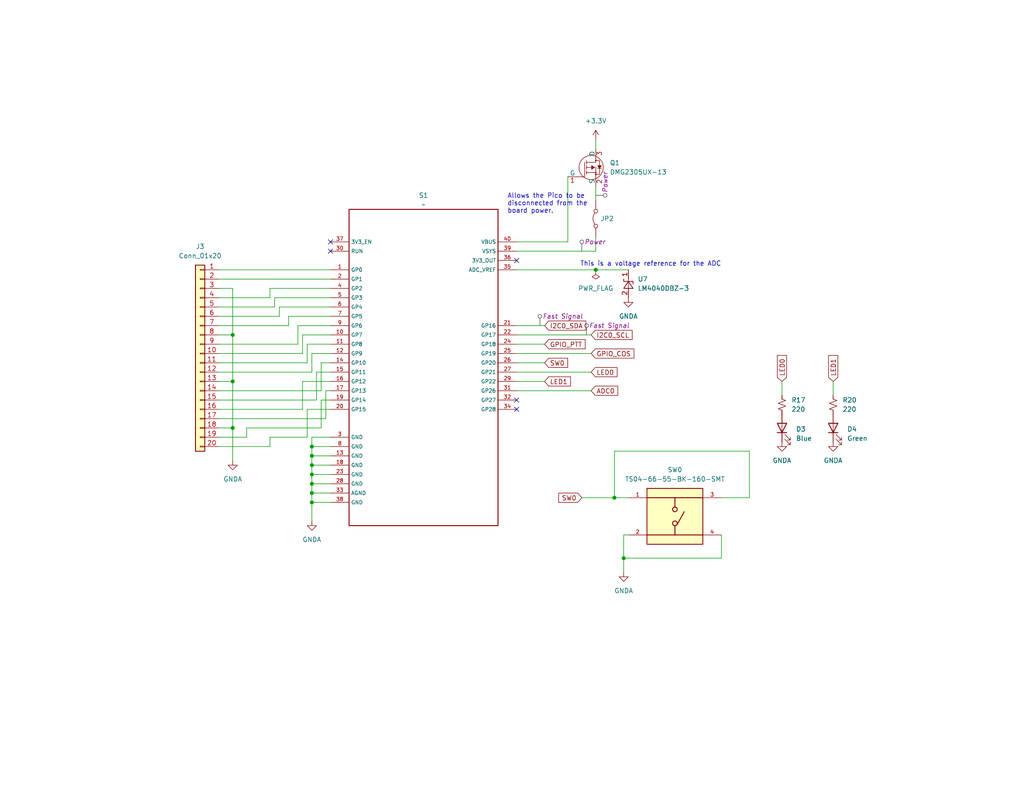
<source format=kicad_sch>
(kicad_sch (version 20231120) (generator "eeschema") (generator_version "8.0")
  (paper "USLetter")
  (title_block (title "MicroLink - Microcontroller") (date "2024-04-10") (rev "2") (company "Bruce MacKinnon KC1FSZ") (comment 1 "Copyright (C) 2024 - Not For Commercial Use"))
  (lib_symbols
    (symbol "Connector_Generic:Conn_01x20" (pin_names (offset 1.016) hide)
      (property "Reference" "J" (at 0 25.4 0))
      (property "Value" "Conn_01x20" (at 0 -27.94 0))
      (symbol "Conn_01x20_1_1"
        (rectangle (start -1.27 -25.273) (end 0 -25.527) (stroke (width 0.1524)))
        (rectangle (start -1.27 -22.733) (end 0 -22.987) (stroke (width 0.1524)))
        (rectangle (start -1.27 -20.193) (end 0 -20.447) (stroke (width 0.1524)))
        (rectangle (start -1.27 -17.653) (end 0 -17.907) (stroke (width 0.1524)))
        (rectangle (start -1.27 -15.113) (end 0 -15.367) (stroke (width 0.1524)))
        (rectangle (start -1.27 -12.573) (end 0 -12.827) (stroke (width 0.1524)))
        (rectangle (start -1.27 -10.033) (end 0 -10.287) (stroke (width 0.1524)))
        (rectangle (start -1.27 -7.493) (end 0 -7.747) (stroke (width 0.1524)))
        (rectangle (start -1.27 -4.953) (end 0 -5.207) (stroke (width 0.1524)))
        (rectangle (start -1.27 -2.413) (end 0 -2.667) (stroke (width 0.1524)))
        (rectangle (start -1.27 0.127) (end 0 -0.127) (stroke (width 0.1524)))
        (rectangle (start -1.27 2.667) (end 0 2.413) (stroke (width 0.1524)))
        (rectangle (start -1.27 5.207) (end 0 4.953) (stroke (width 0.1524)))
        (rectangle (start -1.27 7.747) (end 0 7.493) (stroke (width 0.1524)))
        (rectangle (start -1.27 10.287) (end 0 10.033) (stroke (width 0.1524)))
        (rectangle (start -1.27 12.827) (end 0 12.573) (stroke (width 0.1524)))
        (rectangle (start -1.27 15.367) (end 0 15.113) (stroke (width 0.1524)))
        (rectangle (start -1.27 17.907) (end 0 17.653) (stroke (width 0.1524)))
        (rectangle (start -1.27 20.447) (end 0 20.193) (stroke (width 0.1524)))
        (rectangle (start -1.27 22.987) (end 0 22.733) (stroke (width 0.1524)))
        (rectangle (start -1.27 24.13) (end 1.27 -26.67) (stroke (width 0.254)) (fill (type background)))
        (pin passive line (at -5.08 22.86 0) (length 3.81) (name "Pin_1") (number "1"))
        (pin passive line (at -5.08 0 0) (length 3.81) (name "Pin_10") (number "10"))
        (pin passive line (at -5.08 -2.54 0) (length 3.81) (name "Pin_11") (number "11"))
        (pin passive line (at -5.08 -5.08 0) (length 3.81) (name "Pin_12") (number "12"))
        (pin passive line (at -5.08 -7.62 0) (length 3.81) (name "Pin_13") (number "13"))
        (pin passive line (at -5.08 -10.16 0) (length 3.81) (name "Pin_14") (number "14"))
        (pin passive line (at -5.08 -12.7 0) (length 3.81) (name "Pin_15") (number "15"))
        (pin passive line (at -5.08 -15.24 0) (length 3.81) (name "Pin_16") (number "16"))
        (pin passive line (at -5.08 -17.78 0) (length 3.81) (name "Pin_17") (number "17"))
        (pin passive line (at -5.08 -20.32 0) (length 3.81) (name "Pin_18") (number "18"))
        (pin passive line (at -5.08 -22.86 0) (length 3.81) (name "Pin_19") (number "19"))
        (pin passive line (at -5.08 20.32 0) (length 3.81) (name "Pin_2") (number "2"))
        (pin passive line (at -5.08 -25.4 0) (length 3.81) (name "Pin_20") (number "20"))
        (pin passive line (at -5.08 17.78 0) (length 3.81) (name "Pin_3") (number "3"))
        (pin passive line (at -5.08 15.24 0) (length 3.81) (name "Pin_4") (number "4"))
        (pin passive line (at -5.08 12.7 0) (length 3.81) (name "Pin_5") (number "5"))
        (pin passive line (at -5.08 10.16 0) (length 3.81) (name "Pin_6") (number "6"))
        (pin passive line (at -5.08 7.62 0) (length 3.81) (name "Pin_7") (number "7"))
        (pin passive line (at -5.08 5.08 0) (length 3.81) (name "Pin_8") (number "8"))
        (pin passive line (at -5.08 2.54 0) (length 3.81) (name "Pin_9") (number "9"))
      )
    )
    (symbol "Device:LED" (pin_numbers hide) (pin_names (offset 1.016) hide)
      (property "Reference" "D" (at 0 2.54 0))
      (property "Value" "LED" (at 0 -2.54 0))
      (symbol "LED_0_1"
        (polyline (pts (xy -1.27 -1.27) (xy -1.27 1.27)) (stroke (width 0.254)))
        (polyline (pts (xy -1.27 0) (xy 1.27 0)))
        (polyline (pts (xy 1.27 -1.27) (xy 1.27 1.27) (xy -1.27 0) (xy 1.27 -1.27)) (stroke (width 0.254)))
        (polyline (pts (xy -3.048 -0.762) (xy -4.572 -2.286) (xy -3.81 -2.286) (xy -4.572 -2.286) (xy -4.572 -1.524)))
        (polyline (pts (xy -1.778 -0.762) (xy -3.302 -2.286) (xy -2.54 -2.286) (xy -3.302 -2.286) (xy -3.302 -1.524)))
      )
      (symbol "LED_1_1"
        (pin passive line (at -3.81 0 0) (length 2.54) (name "K") (number "1"))
        (pin passive line (at 3.81 0 180) (length 2.54) (name "A") (number "2"))
      )
    )
    (symbol "Device:R_Small_US" (pin_numbers hide) (pin_names (offset 0.254) hide)
      (property "Reference" "R" (at 0.762 0.508 0))
      (property "Value" "R_Small_US" (at 0.762 -1.016 0))
      (symbol "R_Small_US_1_1"
        (polyline (pts (xy 0 0) (xy 1.016 -0.381) (xy 0 -0.762) (xy -1.016 -1.143) (xy 0 -1.524)))
        (polyline (pts (xy 0 1.524) (xy 1.016 1.143) (xy 0 0.762) (xy -1.016 0.381) (xy 0 0)))
        (pin passive line (at 0 2.54 270) (length 1.016) (name "~") (number "1"))
        (pin passive line (at 0 -2.54 90) (length 1.016) (name "~") (number "2"))
      )
    )
    (symbol "Jumper:Jumper_2_Bridged" (pin_numbers hide) (pin_names (offset 0) hide) (exclude_from_sim yes)
      (property "Reference" "JP" (at 0 1.905 0))
      (property "Value" "Jumper_2_Bridged" (at 0 -2.54 0))
      (symbol "Jumper_2_Bridged_0_0"
        (circle (center -2.032 0) (radius 0.508))
        (circle (center 2.032 0) (radius 0.508))
      )
      (symbol "Jumper_2_Bridged_0_1"
        (arc (start 1.524 0.254) (mid 0 0.762) (end -1.524 0.254))
      )
      (symbol "Jumper_2_Bridged_1_1"
        (pin passive line (at -5.08 0 0) (length 2.54) (name "A") (number "1"))
        (pin passive line (at 5.08 0 180) (length 2.54) (name "B") (number "2"))
      )
    )
    (symbol "Reference_Voltage:LM4040DBZ-3" (pin_names (offset 0.0254) hide)
      (property "Reference" "U" (at 0 2.54 0))
      (property "Value" "LM4040DBZ-3" (at 0 -3.175 0))
      (symbol "LM4040DBZ-3_0_1"
        (polyline (pts (xy -1.27 0) (xy 0 0) (xy 1.27 0)))
        (polyline (pts (xy -1.27 -1.27) (xy 0.635 0) (xy -1.27 1.27) (xy -1.27 -1.27)) (stroke (width 0.2032)))
        (polyline (pts (xy 0 -1.27) (xy 0.635 -1.27) (xy 0.635 1.27) (xy 1.27 1.27)) (stroke (width 0.2032)))
      )
      (symbol "LM4040DBZ-3_1_1"
        (pin passive line (at 3.81 0 180) (length 2.54) (name "K") (number "1"))
        (pin passive line (at -3.81 0 0) (length 2.54) (name "A") (number "2"))
      )
    )
    (symbol "power:+3.3V" (power) (pin_numbers hide) (pin_names (offset 0) hide)
      (property "Value" "+3.3V" (at 0 3.556 0))
      (symbol "+3.3V_0_1"
        (polyline (pts (xy -0.762 1.27) (xy 0 2.54)))
        (polyline (pts (xy 0 0) (xy 0 2.54)))
        (polyline (pts (xy 0 2.54) (xy 0.762 1.27)))
      )
      (symbol "+3.3V_1_1"
        (pin power_in line (at 0 0 90) (length 0) (name "~") (number "1"))
      )
    )
    (symbol "power:GNDA" (power) (pin_numbers hide) (pin_names (offset 0) hide)
      (property "Value" "GNDA" (at 0 -3.81 0))
      (symbol "GNDA_0_1"
        (polyline (pts (xy 0 0) (xy 0 -1.27) (xy 1.27 -1.27) (xy 0 -2.54) (xy -1.27 -1.27) (xy 0 -1.27)))
      )
      (symbol "GNDA_1_1"
        (pin power_in line (at 0 0 270) (length 0) (name "~") (number "1"))
      )
    )
    (symbol "power:PWR_FLAG" (power) (pin_numbers hide) (pin_names (offset 0) hide)
      (property "Value" "PWR_FLAG" (at 0 3.81 0))
      (symbol "PWR_FLAG_0_0"
        (pin power_out line (at 0 0 90) (length 0) (name "~") (number "1"))
      )
      (symbol "PWR_FLAG_0_1"
        (polyline (pts (xy 0 0) (xy 0 1.27) (xy -1.016 1.905) (xy 0 2.54) (xy 1.016 1.905) (xy 0 1.27)))
      )
    )
    (symbol "symbol-library-1:DMG2305UX-13" (pin_names (offset 0))
      (property "Reference" "Q1" (at -11.43 6.35 90))
      (property "Value" "DMG2305UX-13" (at -8.89 6.35 90))
      (symbol "DMG2305UX-13_0_1"
        (circle (center -1.27 0) (radius 3.302))
        (circle (center 0 -1.905) (radius 0.127))
        (circle (center 0 -1.397) (radius 0.127))
        (polyline (pts (xy 0 -1.397) (xy -2.54 -1.397)))
        (polyline (pts (xy -5.08 -2.54) (xy -3.048 -2.54) (xy -3.048 1.397)))
        (polyline (pts (xy 0 -2.54) (xy 0 0) (xy -2.54 0)))
        (polyline (pts (xy 0 2.54) (xy 0 1.397) (xy -2.54 1.397)))
        (polyline (pts (xy -0.127 -1.905) (xy 1.016 -1.905) (xy 1.016 1.397) (xy 1.016 1.905) (xy -0.127 1.905)))
        (circle (center 0 1.905) (radius 0.127))
      )
      (symbol "DMG2305UX-13_1_1"
        (polyline (pts (xy -2.54 -1.397) (xy -2.54 -1.905)))
        (polyline (pts (xy -2.54 -1.397) (xy -2.54 -0.889)))
        (polyline (pts (xy -2.54 0) (xy -2.54 -0.508)))
        (polyline (pts (xy -2.54 0) (xy -2.54 0.508)))
        (polyline (pts (xy -2.54 1.905) (xy -2.54 0.889)))
        (polyline (pts (xy 1.524 -0.254) (xy 0.508 -0.254)))
        (polyline (pts (xy -0.381 0) (xy -1.143 0.508) (xy -1.143 -0.508) (xy -0.381 0)) (fill (type outline)))
        (polyline (pts (xy 1.016 -0.254) (xy 1.524 0.508) (xy 0.508 0.508) (xy 1.016 -0.254)) (fill (type outline)))
        (pin bidirectional line (at -7.62 -2.54 0) (length 2.54) (name "G") (number "1"))
        (pin bidirectional line (at 0 -5.08 90) (length 2.54) (name "S") (number "2"))
        (pin bidirectional line (at 0 5.08 270) (length 2.54) (name "D") (number "3"))
      )
    )
    (symbol "symbol-library-1:SC0918_0_0"
      (symbol "SC0918_0_0_1_1"
        (rectangle (start -20.32 -43.18) (end 20.32 43.18) (stroke (width 0.254)))
        (pin bidirectional line (at -25.4 26.67 0) (length 5.08) (name "GP0") (number "1"))
        (pin bidirectional line (at -25.4 8.89 0) (length 5.08) (name "GP7") (number "10"))
        (pin bidirectional line (at -25.4 6.35 0) (length 5.08) (name "GP8") (number "11"))
        (pin bidirectional line (at -25.4 3.81 0) (length 5.08) (name "GP9") (number "12"))
        (pin power_in line (at -25.4 -24.13 0) (length 5.08) (name "GND") (number "13"))
        (pin bidirectional line (at -25.4 1.27 0) (length 5.08) (name "GP10") (number "14"))
        (pin bidirectional line (at -25.4 -1.27 0) (length 5.08) (name "GP11") (number "15"))
        (pin bidirectional line (at -25.4 -3.81 0) (length 5.08) (name "GP12") (number "16"))
        (pin bidirectional line (at -25.4 -6.35 0) (length 5.08) (name "GP13") (number "17"))
        (pin power_in line (at -25.4 -26.67 0) (length 5.08) (name "GND") (number "18"))
        (pin bidirectional line (at -25.4 -8.89 0) (length 5.08) (name "GP14") (number "19"))
        (pin bidirectional line (at -25.4 24.13 0) (length 5.08) (name "GP1") (number "2"))
        (pin bidirectional line (at -25.4 -11.43 0) (length 5.08) (name "GP15") (number "20"))
        (pin bidirectional line (at 25.4 11.43 180) (length 5.08) (name "GP16") (number "21"))
        (pin bidirectional line (at 25.4 8.89 180) (length 5.08) (name "GP17") (number "22"))
        (pin power_in line (at -25.4 -29.21 0) (length 5.08) (name "GND") (number "23"))
        (pin bidirectional line (at 25.4 6.35 180) (length 5.08) (name "GP18") (number "24"))
        (pin bidirectional line (at 25.4 3.81 180) (length 5.08) (name "GP19") (number "25"))
        (pin bidirectional line (at 25.4 1.27 180) (length 5.08) (name "GP20") (number "26"))
        (pin bidirectional line (at 25.4 -1.27 180) (length 5.08) (name "GP21") (number "27"))
        (pin power_in line (at -25.4 -31.75 0) (length 5.08) (name "GND") (number "28"))
        (pin bidirectional line (at 25.4 -3.81 180) (length 5.08) (name "GP22") (number "29"))
        (pin power_in line (at -25.4 -19.05 0) (length 5.08) (name "GND") (number "3"))
        (pin input line (at -25.4 31.75 0) (length 5.08) (name "RUN") (number "30"))
        (pin bidirectional line (at 25.4 -6.35 180) (length 5.08) (name "GP26") (number "31"))
        (pin bidirectional line (at 25.4 -8.89 180) (length 5.08) (name "GP27") (number "32"))
        (pin power_in line (at -25.4 -34.29 0) (length 5.08) (name "AGND") (number "33"))
        (pin bidirectional line (at 25.4 -11.43 180) (length 5.08) (name "GP28") (number "34"))
        (pin power_in line (at 25.4 26.67 180) (length 5.08) (name "ADC_VREF") (number "35"))
        (pin power_in line (at 25.4 29.21 180) (length 5.08) (name "3V3_OUT") (number "36"))
        (pin input line (at -25.4 34.29 0) (length 5.08) (name "3V3_EN") (number "37"))
        (pin power_in line (at -25.4 -36.83 0) (length 5.08) (name "GND") (number "38"))
        (pin free line (at 25.4 31.75 180) (length 5.08) (name "VSYS") (number "39"))
        (pin bidirectional line (at -25.4 21.59 0) (length 5.08) (name "GP2") (number "4"))
        (pin free line (at 25.4 34.29 180) (length 5.08) (name "VBUS") (number "40"))
        (pin bidirectional line (at -25.4 19.05 0) (length 5.08) (name "GP3") (number "5"))
        (pin bidirectional line (at -25.4 16.51 0) (length 5.08) (name "GP4") (number "6"))
        (pin bidirectional line (at -25.4 13.97 0) (length 5.08) (name "GP5") (number "7"))
        (pin power_in line (at -25.4 -21.59 0) (length 5.08) (name "GND") (number "8"))
        (pin bidirectional line (at -25.4 11.43 0) (length 5.08) (name "GP6") (number "9"))
      )
    )
    (symbol "symbol-library-1:TS04-66-55-BK-160-SMT" (pin_names (offset 1.016))
      (property "Reference" "S" (at -7.62 8.382 0))
      (property "Value" "TS04-66-55-BK-160-SMT" (at -7.62 -8.382 0))
      (symbol "TS04-66-55-BK-160-SMT_0_0"
        (rectangle (start -7.62 -7.62) (end 7.62 7.62) (stroke (width 0.254)) (fill (type background)))
        (circle (center 0 -1.905) (radius 0.635) (stroke (width 0.254)))
        (polyline (pts (xy 0 -5.08) (xy -7.62 -5.08)) (stroke (width 0.254)))
        (polyline (pts (xy 0 -5.08) (xy 7.62 -5.08)) (stroke (width 0.254)))
        (polyline (pts (xy 0 -2.54) (xy 0 -5.08)) (stroke (width 0.254)))
        (polyline (pts (xy 0 5.08) (xy -7.62 5.08)) (stroke (width 0.254)))
        (polyline (pts (xy 0 5.08) (xy 0 2.54)) (stroke (width 0.254)))
        (polyline (pts (xy 0 5.08) (xy 7.62 5.08)) (stroke (width 0.254)))
        (polyline (pts (xy 0.635 -2.2225) (xy 2.54 1.27)) (stroke (width 0.254)))
        (circle (center 0 1.905) (radius 0.635) (stroke (width 0.254)))
        (pin passive line (at -12.7 5.08 0) (length 5.08) (name "~") (number "1"))
        (pin passive line (at -12.7 -5.08 0) (length 5.08) (name "~") (number "2"))
        (pin passive line (at 12.7 5.08 180) (length 5.08) (name "~") (number "3"))
        (pin passive line (at 12.7 -5.08 180) (length 5.08) (name "~") (number "4"))
      )
    )
  )
  (junction (at 63.5 104.14))
  (junction (at 63.5 116.84))
  (junction (at 85.09 137.16))
  (junction (at 85.09 127))
  (junction (at 167.64 135.89))
  (junction (at 85.09 121.92))
  (junction (at 63.5 91.44))
  (junction (at 85.09 129.54))
  (junction (at 170.18 152.4))
  (junction (at 85.09 124.46))
  (junction (at 85.09 132.08))
  (junction (at 162.56 73.66))
  (junction (at 85.09 134.62))
  (no_connect (at 90.17 68.58))
  (no_connect (at 140.97 109.22))
  (no_connect (at 90.17 66.04))
  (no_connect (at 140.97 71.12))
  (no_connect (at 140.97 111.76))
  (wire (pts (xy 90.17 81.28) (xy 74.93 81.28)))
  (wire (pts (xy 204.47 135.89) (xy 204.47 123.19)))
  (wire (pts (xy 86.36 109.22) (xy 59.69 109.22)))
  (wire (pts (xy 90.17 106.68) (xy 88.9 106.68)))
  (wire (pts (xy 140.97 93.98) (xy 148.59 93.98)))
  (wire (pts (xy 82.55 96.52) (xy 59.69 96.52)))
  (wire (pts (xy 170.18 152.4) (xy 196.85 152.4)))
  (wire (pts (xy 158.75 135.89) (xy 167.64 135.89)))
  (wire (pts (xy 59.69 73.66) (xy 90.17 73.66)))
  (wire (pts (xy 140.97 88.9) (xy 148.59 88.9)))
  (wire (pts (xy 83.82 111.76) (xy 83.82 119.38)))
  (wire (pts (xy 85.09 121.92) (xy 85.09 124.46)))
  (wire (pts (xy 63.5 104.14) (xy 63.5 116.84)))
  (wire (pts (xy 78.74 86.36) (xy 78.74 88.9)))
  (wire (pts (xy 59.69 91.44) (xy 63.5 91.44)))
  (wire (pts (xy 90.17 88.9) (xy 81.28 88.9)))
  (wire (pts (xy 162.56 64.77) (xy 162.56 68.58)))
  (wire (pts (xy 171.45 146.05) (xy 170.18 146.05)))
  (wire (pts (xy 88.9 106.68) (xy 88.9 114.3)))
  (wire (pts (xy 85.09 127) (xy 90.17 127)))
  (wire (pts (xy 88.9 114.3) (xy 59.69 114.3)))
  (wire (pts (xy 63.5 91.44) (xy 63.5 104.14)))
  (wire (pts (xy 85.09 129.54) (xy 85.09 132.08)))
  (wire (pts (xy 85.09 134.62) (xy 90.17 134.62)))
  (wire (pts (xy 67.31 116.84) (xy 67.31 119.38)))
  (wire (pts (xy 59.69 116.84) (xy 63.5 116.84)))
  (wire (pts (xy 85.09 101.6) (xy 59.69 101.6)))
  (wire (pts (xy 81.28 88.9) (xy 81.28 93.98)))
  (wire (pts (xy 59.69 104.14) (xy 63.5 104.14)))
  (wire (pts (xy 73.66 78.74) (xy 73.66 81.28)))
  (wire (pts (xy 59.69 76.2) (xy 90.17 76.2)))
  (wire (pts (xy 81.28 93.98) (xy 59.69 93.98)))
  (wire (pts (xy 82.55 91.44) (xy 82.55 96.52)))
  (wire (pts (xy 162.56 50.8) (xy 162.56 54.61)))
  (wire (pts (xy 90.17 104.14) (xy 82.55 104.14)))
  (wire (pts (xy 74.93 81.28) (xy 74.93 83.82)))
  (wire (pts (xy 90.17 109.22) (xy 87.63 109.22)))
  (wire (pts (xy 85.09 119.38) (xy 90.17 119.38)))
  (wire (pts (xy 85.09 134.62) (xy 85.09 137.16)))
  (wire (pts (xy 85.09 127) (xy 85.09 129.54)))
  (wire (pts (xy 90.17 91.44) (xy 82.55 91.44)))
  (wire (pts (xy 140.97 99.06) (xy 148.59 99.06)))
  (wire (pts (xy 167.64 135.89) (xy 171.45 135.89)))
  (wire (pts (xy 87.63 106.68) (xy 59.69 106.68)))
  (wire (pts (xy 74.93 83.82) (xy 59.69 83.82)))
  (wire (pts (xy 82.55 104.14) (xy 82.55 111.76)))
  (wire (pts (xy 140.97 91.44) (xy 161.29 91.44)))
  (wire (pts (xy 59.69 121.92) (xy 73.66 121.92)))
  (wire (pts (xy 85.09 124.46) (xy 90.17 124.46)))
  (wire (pts (xy 90.17 96.52) (xy 85.09 96.52)))
  (wire (pts (xy 76.2 83.82) (xy 76.2 86.36)))
  (wire (pts (xy 140.97 101.6) (xy 161.29 101.6)))
  (wire (pts (xy 140.97 68.58) (xy 162.56 68.58)))
  (wire (pts (xy 162.56 73.66) (xy 171.45 73.66)))
  (wire (pts (xy 87.63 109.22) (xy 87.63 116.84)))
  (wire (pts (xy 76.2 83.82) (xy 90.17 83.82)))
  (wire (pts (xy 76.2 86.36) (xy 59.69 86.36)))
  (wire (pts (xy 73.66 119.38) (xy 73.66 121.92)))
  (wire (pts (xy 73.66 78.74) (xy 90.17 78.74)))
  (wire (pts (xy 140.97 106.68) (xy 161.29 106.68)))
  (wire (pts (xy 140.97 66.04) (xy 154.94 66.04)))
  (wire (pts (xy 140.97 73.66) (xy 162.56 73.66)))
  (wire (pts (xy 67.31 119.38) (xy 59.69 119.38)))
  (wire (pts (xy 85.09 96.52) (xy 85.09 101.6)))
  (wire (pts (xy 82.55 111.76) (xy 59.69 111.76)))
  (wire (pts (xy 86.36 101.6) (xy 86.36 109.22)))
  (wire (pts (xy 167.64 123.19) (xy 167.64 135.89)))
  (wire (pts (xy 85.09 124.46) (xy 85.09 127)))
  (wire (pts (xy 87.63 116.84) (xy 67.31 116.84)))
  (wire (pts (xy 213.36 104.14) (xy 213.36 107.95)))
  (wire (pts (xy 90.17 101.6) (xy 86.36 101.6)))
  (wire (pts (xy 154.94 48.26) (xy 154.94 66.04)))
  (wire (pts (xy 85.09 132.08) (xy 90.17 132.08)))
  (wire (pts (xy 78.74 88.9) (xy 59.69 88.9)))
  (wire (pts (xy 162.56 38.1) (xy 162.56 40.64)))
  (wire (pts (xy 87.63 99.06) (xy 87.63 106.68)))
  (wire (pts (xy 227.33 104.14) (xy 227.33 107.95)))
  (wire (pts (xy 59.69 78.74) (xy 63.5 78.74)))
  (wire (pts (xy 196.85 146.05) (xy 196.85 152.4)))
  (wire (pts (xy 90.17 93.98) (xy 83.82 93.98)))
  (wire (pts (xy 85.09 137.16) (xy 85.09 142.24)))
  (wire (pts (xy 90.17 86.36) (xy 78.74 86.36)))
  (wire (pts (xy 140.97 104.14) (xy 148.59 104.14)))
  (wire (pts (xy 196.85 135.89) (xy 204.47 135.89)))
  (wire (pts (xy 90.17 99.06) (xy 87.63 99.06)))
  (wire (pts (xy 83.82 93.98) (xy 83.82 99.06)))
  (wire (pts (xy 85.09 119.38) (xy 85.09 121.92)))
  (wire (pts (xy 73.66 81.28) (xy 59.69 81.28)))
  (wire (pts (xy 63.5 78.74) (xy 63.5 91.44)))
  (wire (pts (xy 204.47 123.19) (xy 167.64 123.19)))
  (wire (pts (xy 170.18 152.4) (xy 170.18 156.21)))
  (wire (pts (xy 90.17 111.76) (xy 83.82 111.76)))
  (wire (pts (xy 83.82 99.06) (xy 59.69 99.06)))
  (wire (pts (xy 85.09 132.08) (xy 85.09 134.62)))
  (wire (pts (xy 140.97 96.52) (xy 161.29 96.52)))
  (wire (pts (xy 85.09 129.54) (xy 90.17 129.54)))
  (wire (pts (xy 85.09 137.16) (xy 90.17 137.16)))
  (wire (pts (xy 63.5 116.84) (xy 63.5 125.73)))
  (wire (pts (xy 170.18 146.05) (xy 170.18 152.4)))
  (wire (pts (xy 85.09 121.92) (xy 90.17 121.92)))
  (wire (pts (xy 83.82 119.38) (xy 73.66 119.38)))
  (text "This is a voltage reference for the ADC" (at 177.546 72.136 0) (effects (font (size 1.27 1.27))))
  (text "Allows the Pico to be \ndisconnected from the \nboard power.\n" (at 138.43 58.42 0) (effects (font (size 1.27 1.27)) (justify left bottom)))
  (global_label "LED0" (shape input) (at 213.36 104.14 90) (property "Intersheetrefs" "${INTERSHEET_REFS}" (effects (hide yes))))
  (global_label "SW0" (shape input) (at 158.75 135.89 180) (property "Intersheetrefs" "${INTERSHEET_REFS}" (effects (hide yes))))
  (global_label "SW0" (shape input) (at 148.59 99.06 0) (property "Intersheetrefs" "${INTERSHEET_REFS}" (effects (hide yes))))
  (global_label "GPIO_COS" (shape input) (at 161.29 96.52 0) (property "Intersheetrefs" "${INTERSHEET_REFS}" (effects (hide yes))))
  (global_label "LED1" (shape input) (at 227.33 104.14 90) (property "Intersheetrefs" "${INTERSHEET_REFS}" (effects (hide yes))))
  (global_label "I2C0_SCL" (shape input) (at 161.29 91.44 0) (property "Intersheetrefs" "${INTERSHEET_REFS}" (effects (hide yes))))
  (global_label "GPIO_PTT" (shape input) (at 148.59 93.98 0) (property "Intersheetrefs" "${INTERSHEET_REFS}" (effects (hide yes))))
  (global_label "ADC0" (shape input) (at 161.29 106.68 0) (property "Intersheetrefs" "${INTERSHEET_REFS}" (effects (hide yes))))
  (global_label "LED1" (shape input) (at 148.59 104.14 0) (property "Intersheetrefs" "${INTERSHEET_REFS}" (effects (hide yes))))
  (global_label "I2C0_SDA" (shape input) (at 148.59 88.9 0) (property "Intersheetrefs" "${INTERSHEET_REFS}" (effects (hide yes))))
  (global_label "LED0" (shape input) (at 161.29 101.6 0) (property "Intersheetrefs" "${INTERSHEET_REFS}" (effects (hide yes))))
  (netclass_flag "" (length 2.54) (shape round) (at 160.02 91.44 0) (property "Netclass" "Fast Signal" (at 160.7185 88.9 0) (effects (font (italic yes)) (justify left))))
  (netclass_flag "" (length 2.54) (shape round) (at 158.75 68.58 0) (property "Netclass" "Power" (at 159.4485 66.04 0) (effects (font (italic yes)) (justify left))))
  (netclass_flag "" (length 2.54) (shape round) (at 147.32 88.9 0) (property "Netclass" "Fast Signal" (at 148.0185 86.36 0) (effects (font (italic yes)) (justify left))))
  (netclass_flag "" (length 2.54) (shape round) (at 162.56 53.34 270) (property "Netclass" "Power" (at 165.1 52.6415 90) (effects (font (italic yes)) (justify left))))
  (symbol (lib_id "symbol-library-1:TS04-66-55-BK-160-SMT") (at 184.15 140.97 0) (unit 1)
    (property "Reference" "SW0" (at 184.15 128.27 0))
    (property "Value" "TS04-66-55-BK-160-SMT" (at 184.15 130.81 0))
    (property "Footprint" "bruce-footprints:SW_TS04-66-55-BK-160-SMT" (effects (hide yes)))
    (property "PARTREV" "1.0" (effects (hide yes)))
    (property "MANUFACTURER" "CUI Devices" (effects (hide yes)))
    (property "STANDARD" "Manufacturer Recommendations" (effects (hide yes)))
  )
  (symbol (lib_id "symbol-library-1:SC0918_0_0") (at 115.57 100.33 0) (unit 1)
    (property "Reference" "S1" (at 115.57 53.34 0))
    (property "Value" "~" (at 115.57 55.88 0))
    (property "Footprint" "bruce-footprints:RPi_PicoW_SMD_TH" (effects (hide yes)))
  )
  (symbol (lib_id "Connector_Generic:Conn_01x20") (at 54.61 96.52 0) (mirror y) (unit 1)
    (property "Reference" "J3" (at 54.61 67.31 0))
    (property "Value" "Conn_01x20" (at 54.61 69.85 0))
    (property "Footprint" "Connector_PinHeader_2.54mm:PinHeader_1x20_P2.54mm_Vertical" (effects (hide yes)))
    (property "Description" "Generic connector, single row, 01x20, script generated (kicad-library-utils/schlib/autogen/connector/)" (effects (hide yes)))
  )
  (symbol (lib_id "power:GNDA") (at 213.36 120.65 0) (unit 1)
    (property "Reference" "#PWR043" (effects (hide yes)))
    (property "Value" "GNDA" (at 213.36 125.73 0))
    (property "Description" "Power symbol creates a global label with name \"GNDA\" , analog ground" (effects (hide yes)))
  )
  (symbol (lib_id "Device:LED") (at 213.36 116.84 90) (unit 1)
    (property "Reference" "D3" (at 217.17 117.1574 90) (effects (justify right)))
    (property "Value" "Blue" (at 217.17 119.6974 90) (effects (justify right)))
    (property "Footprint" "LED_SMD:LED_0805_2012Metric_Pad1.15x1.40mm_HandSolder" (effects (hide yes)))
    (property "Description" "Light emitting diode" (effects (hide yes)))
  )
  (symbol (lib_id "power:GNDA") (at 170.18 156.21 0) (unit 1)
    (property "Reference" "#PWR029" (effects (hide yes)))
    (property "Value" "GNDA" (at 170.18 161.29 0))
    (property "Description" "Power symbol creates a global label with name \"GNDA\" , analog ground" (effects (hide yes)))
  )
  (symbol (lib_id "power:PWR_FLAG") (at 162.56 73.66 180) (unit 1)
    (property "Reference" "#FLG03" (effects (hide yes)))
    (property "Value" "PWR_FLAG" (at 162.56 78.74 0))
    (property "Description" "Special symbol for telling ERC where power comes from" (effects (hide yes)))
  )
  (symbol (lib_id "power:GNDA") (at 171.45 81.28 0) (unit 1)
    (property "Reference" "#PWR022" (effects (hide yes)))
    (property "Value" "GNDA" (at 171.45 86.36 0))
    (property "Description" "Power symbol creates a global label with name \"GNDA\" , analog ground" (effects (hide yes)))
  )
  (symbol (lib_id "Jumper:Jumper_2_Bridged") (at 162.56 59.69 90) (unit 1)
    (property "Reference" "JP2" (at 163.83 59.69 90) (effects (justify right)))
    (property "Value" "Jumper_2_Bridged" (effects (hide yes)))
    (property "Footprint" "Connector_PinHeader_2.54mm:PinHeader_1x02_P2.54mm_Vertical" (effects (hide yes)))
    (property "Description" "Jumper, 2-pole, closed/bridged" (effects (hide yes)))
  )
  (symbol (lib_id "symbol-library-1:DMG2305UX-13") (at 162.56 45.72 0) (unit 1)
    (property "Reference" "Q1" (at 166.37 44.4499 0) (effects (justify left)))
    (property "Value" "DMG2305UX-13" (at 166.37 46.9899 0) (effects (justify left)))
    (property "Footprint" "Package_TO_SOT_SMD:SOT-23-3" (effects (hide yes)))
    (property "Datasheet" "https://www.diodes.com/assets/Datasheets/DMG2305UX.pdf" (effects (hide yes)))
    (property "Description" "MOSFET P-CH 20V 4.2A SOT23" (effects (hide yes)))
    (property "Digi-Key_PN" "DMG2305UX-13DICT-ND" (effects (hide yes)))
    (property "MPN" "DMG2305UX-13" (effects (hide yes)))
    (property "Category" "Discrete Semiconductor Products" (effects (hide yes)))
    (property "Family" "Transistors - FETs, MOSFETs - Single" (effects (hide yes)))
    (property "DK_Datasheet_Link" "https://www.diodes.com/assets/Datasheets/DMG2305UX.pdf" (effects (hide yes)))
    (property "DK_Detail_Page" "/product-detail/en/diodes-incorporated/DMG2305UX-13/DMG2305UX-13DICT-ND/4251589" (effects (hide yes)))
    (property "Manufacturer" "Diodes Incorporated" (effects (hide yes)))
    (property "Status" "Active" (effects (hide yes)))
  )
  (symbol (lib_id "Device:R_Small_US") (at 227.33 110.49 0) (unit 1)
    (property "Reference" "R20" (at 229.87 109.22 0) (effects (justify left)))
    (property "Value" "220" (at 229.87 111.76 0) (effects (justify left)))
    (property "Footprint" "Resistor_SMD:R_0805_2012Metric_Pad1.20x1.40mm_HandSolder" (effects (hide yes)))
    (property "Description" "Resistor, small US symbol" (effects (hide yes)))
  )
  (symbol (lib_id "Device:R_Small_US") (at 213.36 110.49 0) (unit 1)
    (property "Reference" "R17" (at 215.9 109.22 0) (effects (justify left)))
    (property "Value" "220" (at 215.9 111.76 0) (effects (justify left)))
    (property "Footprint" "Resistor_SMD:R_0805_2012Metric_Pad1.20x1.40mm_HandSolder" (effects (hide yes)))
    (property "Description" "Resistor, small US symbol" (effects (hide yes)))
  )
  (symbol (lib_id "Reference_Voltage:LM4040DBZ-3") (at 171.45 77.47 90) (unit 1)
    (property "Reference" "U7" (at 173.99 76.2 90) (effects (justify right)))
    (property "Value" "LM4040DBZ-3" (at 173.99 78.74 90) (effects (justify right)))
    (property "Footprint" "Package_TO_SOT_SMD:SOT-23" (effects (hide yes)))
    (property "Datasheet" "http://www.ti.com/lit/ds/symlink/lm4040-n.pdf" (effects (hide yes)))
    (property "Description" "3.000V Precision Micropower Shunt Voltage Reference, SOT-23" (effects (hide yes)))
  )
  (symbol (lib_id "power:GNDA") (at 227.33 120.65 0) (unit 1)
    (property "Reference" "#PWR045" (effects (hide yes)))
    (property "Value" "GNDA" (at 227.33 125.73 0))
    (property "Description" "Power symbol creates a global label with name \"GNDA\" , analog ground" (effects (hide yes)))
  )
  (symbol (lib_id "Device:LED") (at 227.33 116.84 90) (unit 1)
    (property "Reference" "D4" (at 231.14 117.1574 90) (effects (justify right)))
    (property "Value" "Green" (at 231.14 119.6974 90) (effects (justify right)))
    (property "Footprint" "LED_SMD:LED_0805_2012Metric_Pad1.15x1.40mm_HandSolder" (effects (hide yes)))
    (property "Description" "Light emitting diode" (effects (hide yes)))
  )
  (symbol (lib_id "power:GNDA") (at 63.5 125.73 0) (unit 1)
    (property "Reference" "#PWR06" (effects (hide yes)))
    (property "Value" "GNDA" (at 63.5 130.81 0))
    (property "Description" "Power symbol creates a global label with name \"GNDA\" , analog ground" (effects (hide yes)))
  )
  (symbol (lib_id "power:+3.3V") (at 162.56 38.1 0) (unit 1)
    (property "Reference" "#PWR023" (effects (hide yes)))
    (property "Value" "+3.3V" (at 162.56 33.02 0))
    (property "Description" "Power symbol creates a global label with name \"+3.3V\"" (effects (hide yes)))
  )
  (symbol (lib_id "power:GNDA") (at 85.09 142.24 0) (unit 1)
    (property "Reference" "#PWR027" (effects (hide yes)))
    (property "Value" "GNDA" (at 85.09 147.32 0))
    (property "Description" "Power symbol creates a global label with name \"GNDA\" , analog ground" (effects (hide yes)))
  )
)
</source>
